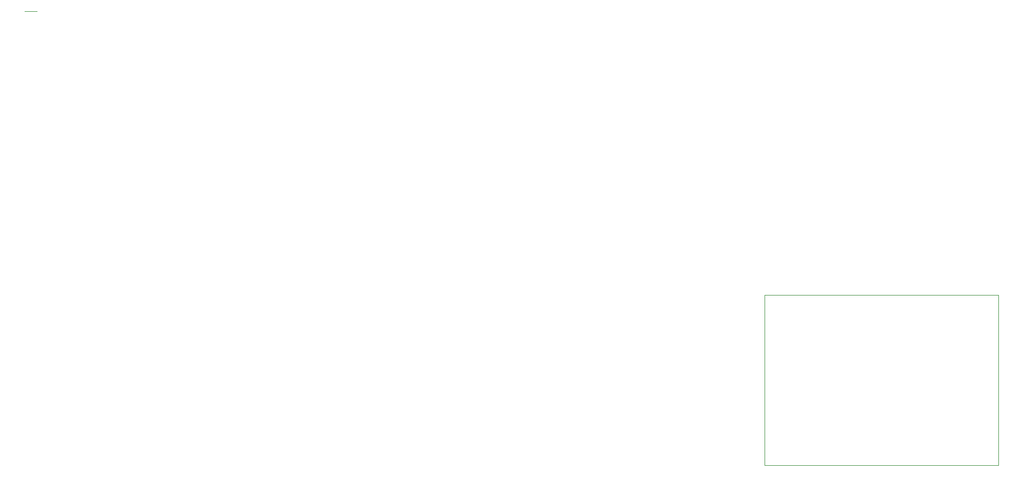
<source format=gbr>
%TF.GenerationSoftware,KiCad,Pcbnew,(5.1.12)-1*%
%TF.CreationDate,2023-08-14T15:24:16+05:30*%
%TF.ProjectId,low battery,6c6f7720-6261-4747-9465-72792e6b6963,rev?*%
%TF.SameCoordinates,Original*%
%TF.FileFunction,Profile,NP*%
%FSLAX46Y46*%
G04 Gerber Fmt 4.6, Leading zero omitted, Abs format (unit mm)*
G04 Created by KiCad (PCBNEW (5.1.12)-1) date 2023-08-14 15:24:16*
%MOMM*%
%LPD*%
G01*
G04 APERTURE LIST*
%TA.AperFunction,Profile*%
%ADD10C,0.050000*%
%TD*%
G04 APERTURE END LIST*
D10*
X-19125000Y-25175000D02*
X-17125000Y-25175000D01*
X98000000Y-70000000D02*
X99000000Y-70000000D01*
X98000000Y-97000000D02*
X98000000Y-70000000D01*
X135000000Y-97000000D02*
X98000000Y-97000000D01*
X135000000Y-70000000D02*
X135000000Y-97000000D01*
X99000000Y-70000000D02*
X135000000Y-70000000D01*
M02*

</source>
